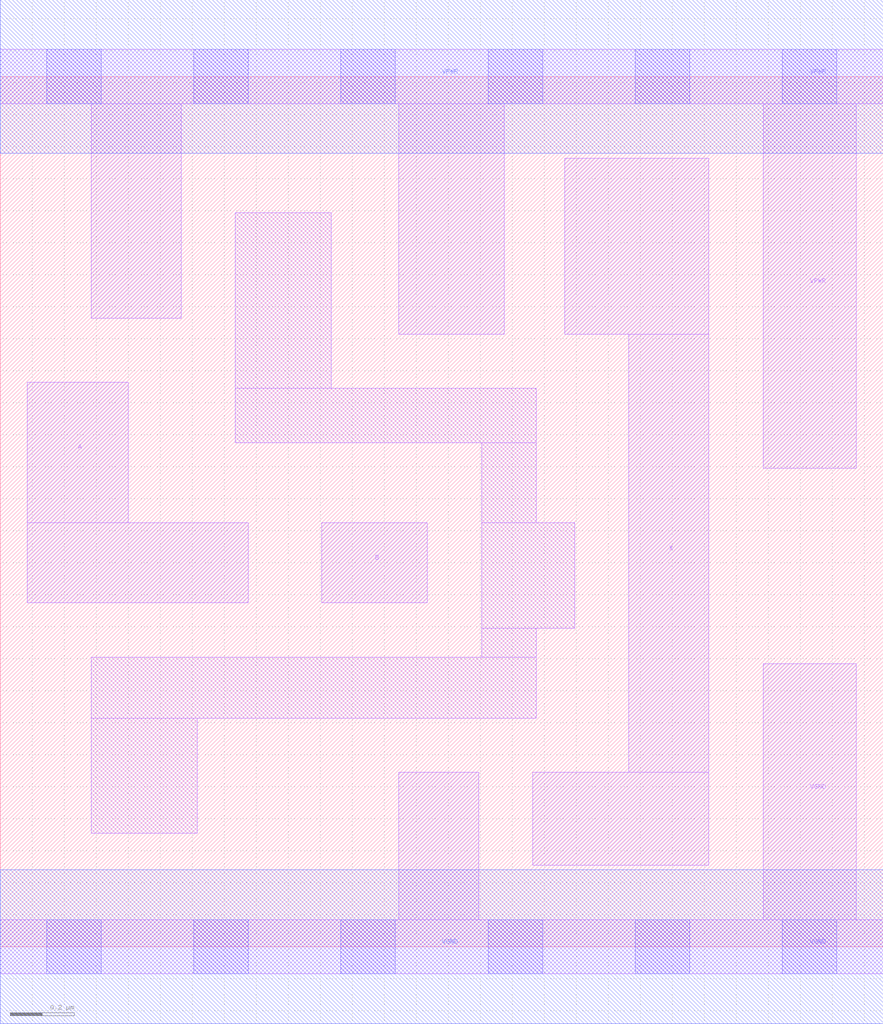
<source format=lef>
# Copyright 2020 The SkyWater PDK Authors
#
# Licensed under the Apache License, Version 2.0 (the "License");
# you may not use this file except in compliance with the License.
# You may obtain a copy of the License at
#
#     https://www.apache.org/licenses/LICENSE-2.0
#
# Unless required by applicable law or agreed to in writing, software
# distributed under the License is distributed on an "AS IS" BASIS,
# WITHOUT WARRANTIES OR CONDITIONS OF ANY KIND, either express or implied.
# See the License for the specific language governing permissions and
# limitations under the License.
#
# SPDX-License-Identifier: Apache-2.0

VERSION 5.7 ;
  NAMESCASESENSITIVE ON ;
  NOWIREEXTENSIONATPIN ON ;
  DIVIDERCHAR "/" ;
  BUSBITCHARS "[]" ;
UNITS
  DATABASE MICRONS 200 ;
END UNITS
MACRO sky130_fd_sc_hd__and2_2
  CLASS CORE ;
  SOURCE USER ;
  FOREIGN sky130_fd_sc_hd__and2_2 ;
  ORIGIN  0.000000  0.000000 ;
  SIZE  2.760000 BY  2.720000 ;
  SYMMETRY X Y R90 ;
  SITE unithd ;
  PIN A
    ANTENNAGATEAREA  0.126000 ;
    DIRECTION INPUT ;
    USE SIGNAL ;
    PORT
      LAYER li1 ;
        RECT 0.085000 1.075000 0.775000 1.325000 ;
        RECT 0.085000 1.325000 0.400000 1.765000 ;
    END
  END A
  PIN B
    ANTENNAGATEAREA  0.126000 ;
    DIRECTION INPUT ;
    USE SIGNAL ;
    PORT
      LAYER li1 ;
        RECT 1.005000 1.075000 1.335000 1.325000 ;
    END
  END B
  PIN X
    ANTENNADIFFAREA  0.643500 ;
    DIRECTION OUTPUT ;
    USE SIGNAL ;
    PORT
      LAYER li1 ;
        RECT 1.665000 0.255000 2.215000 0.545000 ;
        RECT 1.765000 1.915000 2.215000 2.465000 ;
        RECT 1.965000 0.545000 2.215000 1.915000 ;
    END
  END X
  PIN VGND
    DIRECTION INOUT ;
    SHAPE ABUTMENT ;
    USE GROUND ;
    PORT
      LAYER li1 ;
        RECT 0.000000 -0.085000 2.760000 0.085000 ;
        RECT 1.245000  0.085000 1.495000 0.545000 ;
        RECT 2.385000  0.085000 2.675000 0.885000 ;
      LAYER mcon ;
        RECT 0.145000 -0.085000 0.315000 0.085000 ;
        RECT 0.605000 -0.085000 0.775000 0.085000 ;
        RECT 1.065000 -0.085000 1.235000 0.085000 ;
        RECT 1.525000 -0.085000 1.695000 0.085000 ;
        RECT 1.985000 -0.085000 2.155000 0.085000 ;
        RECT 2.445000 -0.085000 2.615000 0.085000 ;
      LAYER met1 ;
        RECT 0.000000 -0.240000 2.760000 0.240000 ;
    END
  END VGND
  PIN VPWR
    DIRECTION INOUT ;
    SHAPE ABUTMENT ;
    USE POWER ;
    PORT
      LAYER li1 ;
        RECT 0.000000 2.635000 2.760000 2.805000 ;
        RECT 0.285000 1.965000 0.565000 2.635000 ;
        RECT 1.245000 1.915000 1.575000 2.635000 ;
        RECT 2.385000 1.495000 2.675000 2.635000 ;
      LAYER mcon ;
        RECT 0.145000 2.635000 0.315000 2.805000 ;
        RECT 0.605000 2.635000 0.775000 2.805000 ;
        RECT 1.065000 2.635000 1.235000 2.805000 ;
        RECT 1.525000 2.635000 1.695000 2.805000 ;
        RECT 1.985000 2.635000 2.155000 2.805000 ;
        RECT 2.445000 2.635000 2.615000 2.805000 ;
      LAYER met1 ;
        RECT 0.000000 2.480000 2.760000 2.960000 ;
    END
  END VPWR
  OBS
    LAYER li1 ;
      RECT 0.285000 0.355000 0.615000 0.715000 ;
      RECT 0.285000 0.715000 1.675000 0.905000 ;
      RECT 0.735000 1.575000 1.675000 1.745000 ;
      RECT 0.735000 1.745000 1.035000 2.295000 ;
      RECT 1.505000 0.905000 1.675000 0.995000 ;
      RECT 1.505000 0.995000 1.795000 1.325000 ;
      RECT 1.505000 1.325000 1.675000 1.575000 ;
  END
END sky130_fd_sc_hd__and2_2
END LIBRARY

</source>
